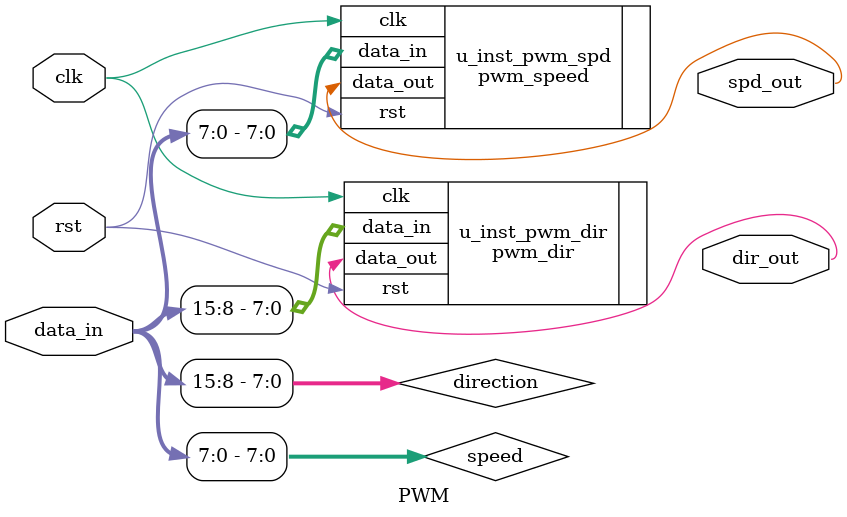
<source format=sv>
`timescale 1ns / 1ps


module PWM(
    input clk,
    input rst,
    input [15:0] data_in,
    output spd_out,
    output dir_out
    );

    logic [7:0] direction;
    logic [7:0] speed;
    
    assign direction = data_in[15:8];
    assign speed = data_in[7:0];

    pwm_speed u_inst_pwm_spd(
        .clk(clk),
        .rst(rst),
        .data_in(speed),
        .data_out(spd_out));

    pwm_dir u_inst_pwm_dir(
        .clk(clk),
        .rst(rst),
        .data_in(direction),
        .data_out(dir_out));

    

endmodule

</source>
